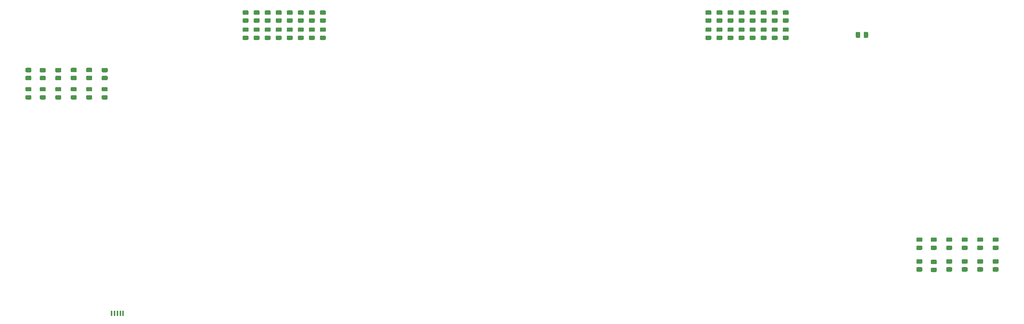
<source format=gbr>
%TF.GenerationSoftware,KiCad,Pcbnew,(5.1.10-1-10_14)*%
%TF.CreationDate,2021-08-21T14:50:14-04:00*%
%TF.ProjectId,breadboard-prototype,62726561-6462-46f6-9172-642d70726f74,rev?*%
%TF.SameCoordinates,Original*%
%TF.FileFunction,Paste,Top*%
%TF.FilePolarity,Positive*%
%FSLAX46Y46*%
G04 Gerber Fmt 4.6, Leading zero omitted, Abs format (unit mm)*
G04 Created by KiCad (PCBNEW (5.1.10-1-10_14)) date 2021-08-21 14:50:14*
%MOMM*%
%LPD*%
G01*
G04 APERTURE LIST*
%ADD10R,0.450000X1.300000*%
G04 APERTURE END LIST*
%TO.C,R29*%
G36*
G01*
X331070000Y-39935999D02*
X331070000Y-40836001D01*
G75*
G02*
X330820001Y-41086000I-249999J0D01*
G01*
X330294999Y-41086000D01*
G75*
G02*
X330045000Y-40836001I0J249999D01*
G01*
X330045000Y-39935999D01*
G75*
G02*
X330294999Y-39686000I249999J0D01*
G01*
X330820001Y-39686000D01*
G75*
G02*
X331070000Y-39935999I0J-249999D01*
G01*
G37*
G36*
G01*
X332895000Y-39935999D02*
X332895000Y-40836001D01*
G75*
G02*
X332645001Y-41086000I-249999J0D01*
G01*
X332119999Y-41086000D01*
G75*
G02*
X331870000Y-40836001I0J249999D01*
G01*
X331870000Y-39935999D01*
G75*
G02*
X332119999Y-39686000I249999J0D01*
G01*
X332645001Y-39686000D01*
G75*
G02*
X332895000Y-39935999I0J-249999D01*
G01*
G37*
%TD*%
D10*
%TO.C,J4*%
X161574000Y-104526000D03*
X160924000Y-104526000D03*
X160274000Y-104526000D03*
X159624000Y-104526000D03*
X158974000Y-104526000D03*
%TD*%
%TO.C,R28*%
G36*
G01*
X314394002Y-35771500D02*
X313493998Y-35771500D01*
G75*
G02*
X313244000Y-35521502I0J249998D01*
G01*
X313244000Y-34996498D01*
G75*
G02*
X313493998Y-34746500I249998J0D01*
G01*
X314394002Y-34746500D01*
G75*
G02*
X314644000Y-34996498I0J-249998D01*
G01*
X314644000Y-35521502D01*
G75*
G02*
X314394002Y-35771500I-249998J0D01*
G01*
G37*
G36*
G01*
X314394002Y-37596500D02*
X313493998Y-37596500D01*
G75*
G02*
X313244000Y-37346502I0J249998D01*
G01*
X313244000Y-36821498D01*
G75*
G02*
X313493998Y-36571500I249998J0D01*
G01*
X314394002Y-36571500D01*
G75*
G02*
X314644000Y-36821498I0J-249998D01*
G01*
X314644000Y-37346502D01*
G75*
G02*
X314394002Y-37596500I-249998J0D01*
G01*
G37*
%TD*%
%TO.C,R27*%
G36*
G01*
X311854002Y-35771500D02*
X310953998Y-35771500D01*
G75*
G02*
X310704000Y-35521502I0J249998D01*
G01*
X310704000Y-34996498D01*
G75*
G02*
X310953998Y-34746500I249998J0D01*
G01*
X311854002Y-34746500D01*
G75*
G02*
X312104000Y-34996498I0J-249998D01*
G01*
X312104000Y-35521502D01*
G75*
G02*
X311854002Y-35771500I-249998J0D01*
G01*
G37*
G36*
G01*
X311854002Y-37596500D02*
X310953998Y-37596500D01*
G75*
G02*
X310704000Y-37346502I0J249998D01*
G01*
X310704000Y-36821498D01*
G75*
G02*
X310953998Y-36571500I249998J0D01*
G01*
X311854002Y-36571500D01*
G75*
G02*
X312104000Y-36821498I0J-249998D01*
G01*
X312104000Y-37346502D01*
G75*
G02*
X311854002Y-37596500I-249998J0D01*
G01*
G37*
%TD*%
%TO.C,R26*%
G36*
G01*
X309314002Y-35771500D02*
X308413998Y-35771500D01*
G75*
G02*
X308164000Y-35521502I0J249998D01*
G01*
X308164000Y-34996498D01*
G75*
G02*
X308413998Y-34746500I249998J0D01*
G01*
X309314002Y-34746500D01*
G75*
G02*
X309564000Y-34996498I0J-249998D01*
G01*
X309564000Y-35521502D01*
G75*
G02*
X309314002Y-35771500I-249998J0D01*
G01*
G37*
G36*
G01*
X309314002Y-37596500D02*
X308413998Y-37596500D01*
G75*
G02*
X308164000Y-37346502I0J249998D01*
G01*
X308164000Y-36821498D01*
G75*
G02*
X308413998Y-36571500I249998J0D01*
G01*
X309314002Y-36571500D01*
G75*
G02*
X309564000Y-36821498I0J-249998D01*
G01*
X309564000Y-37346502D01*
G75*
G02*
X309314002Y-37596500I-249998J0D01*
G01*
G37*
%TD*%
%TO.C,R25*%
G36*
G01*
X306774002Y-35771500D02*
X305873998Y-35771500D01*
G75*
G02*
X305624000Y-35521502I0J249998D01*
G01*
X305624000Y-34996498D01*
G75*
G02*
X305873998Y-34746500I249998J0D01*
G01*
X306774002Y-34746500D01*
G75*
G02*
X307024000Y-34996498I0J-249998D01*
G01*
X307024000Y-35521502D01*
G75*
G02*
X306774002Y-35771500I-249998J0D01*
G01*
G37*
G36*
G01*
X306774002Y-37596500D02*
X305873998Y-37596500D01*
G75*
G02*
X305624000Y-37346502I0J249998D01*
G01*
X305624000Y-36821498D01*
G75*
G02*
X305873998Y-36571500I249998J0D01*
G01*
X306774002Y-36571500D01*
G75*
G02*
X307024000Y-36821498I0J-249998D01*
G01*
X307024000Y-37346502D01*
G75*
G02*
X306774002Y-37596500I-249998J0D01*
G01*
G37*
%TD*%
%TO.C,R24*%
G36*
G01*
X304234002Y-35771500D02*
X303333998Y-35771500D01*
G75*
G02*
X303084000Y-35521502I0J249998D01*
G01*
X303084000Y-34996498D01*
G75*
G02*
X303333998Y-34746500I249998J0D01*
G01*
X304234002Y-34746500D01*
G75*
G02*
X304484000Y-34996498I0J-249998D01*
G01*
X304484000Y-35521502D01*
G75*
G02*
X304234002Y-35771500I-249998J0D01*
G01*
G37*
G36*
G01*
X304234002Y-37596500D02*
X303333998Y-37596500D01*
G75*
G02*
X303084000Y-37346502I0J249998D01*
G01*
X303084000Y-36821498D01*
G75*
G02*
X303333998Y-36571500I249998J0D01*
G01*
X304234002Y-36571500D01*
G75*
G02*
X304484000Y-36821498I0J-249998D01*
G01*
X304484000Y-37346502D01*
G75*
G02*
X304234002Y-37596500I-249998J0D01*
G01*
G37*
%TD*%
%TO.C,R23*%
G36*
G01*
X301694002Y-35771500D02*
X300793998Y-35771500D01*
G75*
G02*
X300544000Y-35521502I0J249998D01*
G01*
X300544000Y-34996498D01*
G75*
G02*
X300793998Y-34746500I249998J0D01*
G01*
X301694002Y-34746500D01*
G75*
G02*
X301944000Y-34996498I0J-249998D01*
G01*
X301944000Y-35521502D01*
G75*
G02*
X301694002Y-35771500I-249998J0D01*
G01*
G37*
G36*
G01*
X301694002Y-37596500D02*
X300793998Y-37596500D01*
G75*
G02*
X300544000Y-37346502I0J249998D01*
G01*
X300544000Y-36821498D01*
G75*
G02*
X300793998Y-36571500I249998J0D01*
G01*
X301694002Y-36571500D01*
G75*
G02*
X301944000Y-36821498I0J-249998D01*
G01*
X301944000Y-37346502D01*
G75*
G02*
X301694002Y-37596500I-249998J0D01*
G01*
G37*
%TD*%
%TO.C,R22*%
G36*
G01*
X299154002Y-35771500D02*
X298253998Y-35771500D01*
G75*
G02*
X298004000Y-35521502I0J249998D01*
G01*
X298004000Y-34996498D01*
G75*
G02*
X298253998Y-34746500I249998J0D01*
G01*
X299154002Y-34746500D01*
G75*
G02*
X299404000Y-34996498I0J-249998D01*
G01*
X299404000Y-35521502D01*
G75*
G02*
X299154002Y-35771500I-249998J0D01*
G01*
G37*
G36*
G01*
X299154002Y-37596500D02*
X298253998Y-37596500D01*
G75*
G02*
X298004000Y-37346502I0J249998D01*
G01*
X298004000Y-36821498D01*
G75*
G02*
X298253998Y-36571500I249998J0D01*
G01*
X299154002Y-36571500D01*
G75*
G02*
X299404000Y-36821498I0J-249998D01*
G01*
X299404000Y-37346502D01*
G75*
G02*
X299154002Y-37596500I-249998J0D01*
G01*
G37*
%TD*%
%TO.C,R21*%
G36*
G01*
X296614002Y-35771500D02*
X295713998Y-35771500D01*
G75*
G02*
X295464000Y-35521502I0J249998D01*
G01*
X295464000Y-34996498D01*
G75*
G02*
X295713998Y-34746500I249998J0D01*
G01*
X296614002Y-34746500D01*
G75*
G02*
X296864000Y-34996498I0J-249998D01*
G01*
X296864000Y-35521502D01*
G75*
G02*
X296614002Y-35771500I-249998J0D01*
G01*
G37*
G36*
G01*
X296614002Y-37596500D02*
X295713998Y-37596500D01*
G75*
G02*
X295464000Y-37346502I0J249998D01*
G01*
X295464000Y-36821498D01*
G75*
G02*
X295713998Y-36571500I249998J0D01*
G01*
X296614002Y-36571500D01*
G75*
G02*
X296864000Y-36821498I0J-249998D01*
G01*
X296864000Y-37346502D01*
G75*
G02*
X296614002Y-37596500I-249998J0D01*
G01*
G37*
%TD*%
%TO.C,D28*%
G36*
G01*
X313487750Y-40582000D02*
X314400250Y-40582000D01*
G75*
G02*
X314644000Y-40825750I0J-243750D01*
G01*
X314644000Y-41313250D01*
G75*
G02*
X314400250Y-41557000I-243750J0D01*
G01*
X313487750Y-41557000D01*
G75*
G02*
X313244000Y-41313250I0J243750D01*
G01*
X313244000Y-40825750D01*
G75*
G02*
X313487750Y-40582000I243750J0D01*
G01*
G37*
G36*
G01*
X313487750Y-38707000D02*
X314400250Y-38707000D01*
G75*
G02*
X314644000Y-38950750I0J-243750D01*
G01*
X314644000Y-39438250D01*
G75*
G02*
X314400250Y-39682000I-243750J0D01*
G01*
X313487750Y-39682000D01*
G75*
G02*
X313244000Y-39438250I0J243750D01*
G01*
X313244000Y-38950750D01*
G75*
G02*
X313487750Y-38707000I243750J0D01*
G01*
G37*
%TD*%
%TO.C,D27*%
G36*
G01*
X310947750Y-40582000D02*
X311860250Y-40582000D01*
G75*
G02*
X312104000Y-40825750I0J-243750D01*
G01*
X312104000Y-41313250D01*
G75*
G02*
X311860250Y-41557000I-243750J0D01*
G01*
X310947750Y-41557000D01*
G75*
G02*
X310704000Y-41313250I0J243750D01*
G01*
X310704000Y-40825750D01*
G75*
G02*
X310947750Y-40582000I243750J0D01*
G01*
G37*
G36*
G01*
X310947750Y-38707000D02*
X311860250Y-38707000D01*
G75*
G02*
X312104000Y-38950750I0J-243750D01*
G01*
X312104000Y-39438250D01*
G75*
G02*
X311860250Y-39682000I-243750J0D01*
G01*
X310947750Y-39682000D01*
G75*
G02*
X310704000Y-39438250I0J243750D01*
G01*
X310704000Y-38950750D01*
G75*
G02*
X310947750Y-38707000I243750J0D01*
G01*
G37*
%TD*%
%TO.C,D26*%
G36*
G01*
X308407750Y-40582000D02*
X309320250Y-40582000D01*
G75*
G02*
X309564000Y-40825750I0J-243750D01*
G01*
X309564000Y-41313250D01*
G75*
G02*
X309320250Y-41557000I-243750J0D01*
G01*
X308407750Y-41557000D01*
G75*
G02*
X308164000Y-41313250I0J243750D01*
G01*
X308164000Y-40825750D01*
G75*
G02*
X308407750Y-40582000I243750J0D01*
G01*
G37*
G36*
G01*
X308407750Y-38707000D02*
X309320250Y-38707000D01*
G75*
G02*
X309564000Y-38950750I0J-243750D01*
G01*
X309564000Y-39438250D01*
G75*
G02*
X309320250Y-39682000I-243750J0D01*
G01*
X308407750Y-39682000D01*
G75*
G02*
X308164000Y-39438250I0J243750D01*
G01*
X308164000Y-38950750D01*
G75*
G02*
X308407750Y-38707000I243750J0D01*
G01*
G37*
%TD*%
%TO.C,D25*%
G36*
G01*
X305867750Y-40582000D02*
X306780250Y-40582000D01*
G75*
G02*
X307024000Y-40825750I0J-243750D01*
G01*
X307024000Y-41313250D01*
G75*
G02*
X306780250Y-41557000I-243750J0D01*
G01*
X305867750Y-41557000D01*
G75*
G02*
X305624000Y-41313250I0J243750D01*
G01*
X305624000Y-40825750D01*
G75*
G02*
X305867750Y-40582000I243750J0D01*
G01*
G37*
G36*
G01*
X305867750Y-38707000D02*
X306780250Y-38707000D01*
G75*
G02*
X307024000Y-38950750I0J-243750D01*
G01*
X307024000Y-39438250D01*
G75*
G02*
X306780250Y-39682000I-243750J0D01*
G01*
X305867750Y-39682000D01*
G75*
G02*
X305624000Y-39438250I0J243750D01*
G01*
X305624000Y-38950750D01*
G75*
G02*
X305867750Y-38707000I243750J0D01*
G01*
G37*
%TD*%
%TO.C,D24*%
G36*
G01*
X303327750Y-40582000D02*
X304240250Y-40582000D01*
G75*
G02*
X304484000Y-40825750I0J-243750D01*
G01*
X304484000Y-41313250D01*
G75*
G02*
X304240250Y-41557000I-243750J0D01*
G01*
X303327750Y-41557000D01*
G75*
G02*
X303084000Y-41313250I0J243750D01*
G01*
X303084000Y-40825750D01*
G75*
G02*
X303327750Y-40582000I243750J0D01*
G01*
G37*
G36*
G01*
X303327750Y-38707000D02*
X304240250Y-38707000D01*
G75*
G02*
X304484000Y-38950750I0J-243750D01*
G01*
X304484000Y-39438250D01*
G75*
G02*
X304240250Y-39682000I-243750J0D01*
G01*
X303327750Y-39682000D01*
G75*
G02*
X303084000Y-39438250I0J243750D01*
G01*
X303084000Y-38950750D01*
G75*
G02*
X303327750Y-38707000I243750J0D01*
G01*
G37*
%TD*%
%TO.C,D23*%
G36*
G01*
X300787750Y-40582000D02*
X301700250Y-40582000D01*
G75*
G02*
X301944000Y-40825750I0J-243750D01*
G01*
X301944000Y-41313250D01*
G75*
G02*
X301700250Y-41557000I-243750J0D01*
G01*
X300787750Y-41557000D01*
G75*
G02*
X300544000Y-41313250I0J243750D01*
G01*
X300544000Y-40825750D01*
G75*
G02*
X300787750Y-40582000I243750J0D01*
G01*
G37*
G36*
G01*
X300787750Y-38707000D02*
X301700250Y-38707000D01*
G75*
G02*
X301944000Y-38950750I0J-243750D01*
G01*
X301944000Y-39438250D01*
G75*
G02*
X301700250Y-39682000I-243750J0D01*
G01*
X300787750Y-39682000D01*
G75*
G02*
X300544000Y-39438250I0J243750D01*
G01*
X300544000Y-38950750D01*
G75*
G02*
X300787750Y-38707000I243750J0D01*
G01*
G37*
%TD*%
%TO.C,D22*%
G36*
G01*
X298247750Y-40582000D02*
X299160250Y-40582000D01*
G75*
G02*
X299404000Y-40825750I0J-243750D01*
G01*
X299404000Y-41313250D01*
G75*
G02*
X299160250Y-41557000I-243750J0D01*
G01*
X298247750Y-41557000D01*
G75*
G02*
X298004000Y-41313250I0J243750D01*
G01*
X298004000Y-40825750D01*
G75*
G02*
X298247750Y-40582000I243750J0D01*
G01*
G37*
G36*
G01*
X298247750Y-38707000D02*
X299160250Y-38707000D01*
G75*
G02*
X299404000Y-38950750I0J-243750D01*
G01*
X299404000Y-39438250D01*
G75*
G02*
X299160250Y-39682000I-243750J0D01*
G01*
X298247750Y-39682000D01*
G75*
G02*
X298004000Y-39438250I0J243750D01*
G01*
X298004000Y-38950750D01*
G75*
G02*
X298247750Y-38707000I243750J0D01*
G01*
G37*
%TD*%
%TO.C,D21*%
G36*
G01*
X295707750Y-40582000D02*
X296620250Y-40582000D01*
G75*
G02*
X296864000Y-40825750I0J-243750D01*
G01*
X296864000Y-41313250D01*
G75*
G02*
X296620250Y-41557000I-243750J0D01*
G01*
X295707750Y-41557000D01*
G75*
G02*
X295464000Y-41313250I0J243750D01*
G01*
X295464000Y-40825750D01*
G75*
G02*
X295707750Y-40582000I243750J0D01*
G01*
G37*
G36*
G01*
X295707750Y-38707000D02*
X296620250Y-38707000D01*
G75*
G02*
X296864000Y-38950750I0J-243750D01*
G01*
X296864000Y-39438250D01*
G75*
G02*
X296620250Y-39682000I-243750J0D01*
G01*
X295707750Y-39682000D01*
G75*
G02*
X295464000Y-39438250I0J243750D01*
G01*
X295464000Y-38950750D01*
G75*
G02*
X295707750Y-38707000I243750J0D01*
G01*
G37*
%TD*%
%TO.C,R20*%
G36*
G01*
X207968002Y-35771500D02*
X207067998Y-35771500D01*
G75*
G02*
X206818000Y-35521502I0J249998D01*
G01*
X206818000Y-34996498D01*
G75*
G02*
X207067998Y-34746500I249998J0D01*
G01*
X207968002Y-34746500D01*
G75*
G02*
X208218000Y-34996498I0J-249998D01*
G01*
X208218000Y-35521502D01*
G75*
G02*
X207968002Y-35771500I-249998J0D01*
G01*
G37*
G36*
G01*
X207968002Y-37596500D02*
X207067998Y-37596500D01*
G75*
G02*
X206818000Y-37346502I0J249998D01*
G01*
X206818000Y-36821498D01*
G75*
G02*
X207067998Y-36571500I249998J0D01*
G01*
X207968002Y-36571500D01*
G75*
G02*
X208218000Y-36821498I0J-249998D01*
G01*
X208218000Y-37346502D01*
G75*
G02*
X207968002Y-37596500I-249998J0D01*
G01*
G37*
%TD*%
%TO.C,R19*%
G36*
G01*
X205428002Y-35771500D02*
X204527998Y-35771500D01*
G75*
G02*
X204278000Y-35521502I0J249998D01*
G01*
X204278000Y-34996498D01*
G75*
G02*
X204527998Y-34746500I249998J0D01*
G01*
X205428002Y-34746500D01*
G75*
G02*
X205678000Y-34996498I0J-249998D01*
G01*
X205678000Y-35521502D01*
G75*
G02*
X205428002Y-35771500I-249998J0D01*
G01*
G37*
G36*
G01*
X205428002Y-37596500D02*
X204527998Y-37596500D01*
G75*
G02*
X204278000Y-37346502I0J249998D01*
G01*
X204278000Y-36821498D01*
G75*
G02*
X204527998Y-36571500I249998J0D01*
G01*
X205428002Y-36571500D01*
G75*
G02*
X205678000Y-36821498I0J-249998D01*
G01*
X205678000Y-37346502D01*
G75*
G02*
X205428002Y-37596500I-249998J0D01*
G01*
G37*
%TD*%
%TO.C,R18*%
G36*
G01*
X202888002Y-35771500D02*
X201987998Y-35771500D01*
G75*
G02*
X201738000Y-35521502I0J249998D01*
G01*
X201738000Y-34996498D01*
G75*
G02*
X201987998Y-34746500I249998J0D01*
G01*
X202888002Y-34746500D01*
G75*
G02*
X203138000Y-34996498I0J-249998D01*
G01*
X203138000Y-35521502D01*
G75*
G02*
X202888002Y-35771500I-249998J0D01*
G01*
G37*
G36*
G01*
X202888002Y-37596500D02*
X201987998Y-37596500D01*
G75*
G02*
X201738000Y-37346502I0J249998D01*
G01*
X201738000Y-36821498D01*
G75*
G02*
X201987998Y-36571500I249998J0D01*
G01*
X202888002Y-36571500D01*
G75*
G02*
X203138000Y-36821498I0J-249998D01*
G01*
X203138000Y-37346502D01*
G75*
G02*
X202888002Y-37596500I-249998J0D01*
G01*
G37*
%TD*%
%TO.C,R17*%
G36*
G01*
X200348002Y-35771500D02*
X199447998Y-35771500D01*
G75*
G02*
X199198000Y-35521502I0J249998D01*
G01*
X199198000Y-34996498D01*
G75*
G02*
X199447998Y-34746500I249998J0D01*
G01*
X200348002Y-34746500D01*
G75*
G02*
X200598000Y-34996498I0J-249998D01*
G01*
X200598000Y-35521502D01*
G75*
G02*
X200348002Y-35771500I-249998J0D01*
G01*
G37*
G36*
G01*
X200348002Y-37596500D02*
X199447998Y-37596500D01*
G75*
G02*
X199198000Y-37346502I0J249998D01*
G01*
X199198000Y-36821498D01*
G75*
G02*
X199447998Y-36571500I249998J0D01*
G01*
X200348002Y-36571500D01*
G75*
G02*
X200598000Y-36821498I0J-249998D01*
G01*
X200598000Y-37346502D01*
G75*
G02*
X200348002Y-37596500I-249998J0D01*
G01*
G37*
%TD*%
%TO.C,R16*%
G36*
G01*
X197808002Y-35771500D02*
X196907998Y-35771500D01*
G75*
G02*
X196658000Y-35521502I0J249998D01*
G01*
X196658000Y-34996498D01*
G75*
G02*
X196907998Y-34746500I249998J0D01*
G01*
X197808002Y-34746500D01*
G75*
G02*
X198058000Y-34996498I0J-249998D01*
G01*
X198058000Y-35521502D01*
G75*
G02*
X197808002Y-35771500I-249998J0D01*
G01*
G37*
G36*
G01*
X197808002Y-37596500D02*
X196907998Y-37596500D01*
G75*
G02*
X196658000Y-37346502I0J249998D01*
G01*
X196658000Y-36821498D01*
G75*
G02*
X196907998Y-36571500I249998J0D01*
G01*
X197808002Y-36571500D01*
G75*
G02*
X198058000Y-36821498I0J-249998D01*
G01*
X198058000Y-37346502D01*
G75*
G02*
X197808002Y-37596500I-249998J0D01*
G01*
G37*
%TD*%
%TO.C,R15*%
G36*
G01*
X195268002Y-35771500D02*
X194367998Y-35771500D01*
G75*
G02*
X194118000Y-35521502I0J249998D01*
G01*
X194118000Y-34996498D01*
G75*
G02*
X194367998Y-34746500I249998J0D01*
G01*
X195268002Y-34746500D01*
G75*
G02*
X195518000Y-34996498I0J-249998D01*
G01*
X195518000Y-35521502D01*
G75*
G02*
X195268002Y-35771500I-249998J0D01*
G01*
G37*
G36*
G01*
X195268002Y-37596500D02*
X194367998Y-37596500D01*
G75*
G02*
X194118000Y-37346502I0J249998D01*
G01*
X194118000Y-36821498D01*
G75*
G02*
X194367998Y-36571500I249998J0D01*
G01*
X195268002Y-36571500D01*
G75*
G02*
X195518000Y-36821498I0J-249998D01*
G01*
X195518000Y-37346502D01*
G75*
G02*
X195268002Y-37596500I-249998J0D01*
G01*
G37*
%TD*%
%TO.C,R8*%
G36*
G01*
X192728002Y-35771500D02*
X191827998Y-35771500D01*
G75*
G02*
X191578000Y-35521502I0J249998D01*
G01*
X191578000Y-34996498D01*
G75*
G02*
X191827998Y-34746500I249998J0D01*
G01*
X192728002Y-34746500D01*
G75*
G02*
X192978000Y-34996498I0J-249998D01*
G01*
X192978000Y-35521502D01*
G75*
G02*
X192728002Y-35771500I-249998J0D01*
G01*
G37*
G36*
G01*
X192728002Y-37596500D02*
X191827998Y-37596500D01*
G75*
G02*
X191578000Y-37346502I0J249998D01*
G01*
X191578000Y-36821498D01*
G75*
G02*
X191827998Y-36571500I249998J0D01*
G01*
X192728002Y-36571500D01*
G75*
G02*
X192978000Y-36821498I0J-249998D01*
G01*
X192978000Y-37346502D01*
G75*
G02*
X192728002Y-37596500I-249998J0D01*
G01*
G37*
%TD*%
%TO.C,R7*%
G36*
G01*
X190188002Y-35771500D02*
X189287998Y-35771500D01*
G75*
G02*
X189038000Y-35521502I0J249998D01*
G01*
X189038000Y-34996498D01*
G75*
G02*
X189287998Y-34746500I249998J0D01*
G01*
X190188002Y-34746500D01*
G75*
G02*
X190438000Y-34996498I0J-249998D01*
G01*
X190438000Y-35521502D01*
G75*
G02*
X190188002Y-35771500I-249998J0D01*
G01*
G37*
G36*
G01*
X190188002Y-37596500D02*
X189287998Y-37596500D01*
G75*
G02*
X189038000Y-37346502I0J249998D01*
G01*
X189038000Y-36821498D01*
G75*
G02*
X189287998Y-36571500I249998J0D01*
G01*
X190188002Y-36571500D01*
G75*
G02*
X190438000Y-36821498I0J-249998D01*
G01*
X190438000Y-37346502D01*
G75*
G02*
X190188002Y-37596500I-249998J0D01*
G01*
G37*
%TD*%
%TO.C,D20*%
G36*
G01*
X207061750Y-40582000D02*
X207974250Y-40582000D01*
G75*
G02*
X208218000Y-40825750I0J-243750D01*
G01*
X208218000Y-41313250D01*
G75*
G02*
X207974250Y-41557000I-243750J0D01*
G01*
X207061750Y-41557000D01*
G75*
G02*
X206818000Y-41313250I0J243750D01*
G01*
X206818000Y-40825750D01*
G75*
G02*
X207061750Y-40582000I243750J0D01*
G01*
G37*
G36*
G01*
X207061750Y-38707000D02*
X207974250Y-38707000D01*
G75*
G02*
X208218000Y-38950750I0J-243750D01*
G01*
X208218000Y-39438250D01*
G75*
G02*
X207974250Y-39682000I-243750J0D01*
G01*
X207061750Y-39682000D01*
G75*
G02*
X206818000Y-39438250I0J243750D01*
G01*
X206818000Y-38950750D01*
G75*
G02*
X207061750Y-38707000I243750J0D01*
G01*
G37*
%TD*%
%TO.C,D19*%
G36*
G01*
X204521750Y-40582000D02*
X205434250Y-40582000D01*
G75*
G02*
X205678000Y-40825750I0J-243750D01*
G01*
X205678000Y-41313250D01*
G75*
G02*
X205434250Y-41557000I-243750J0D01*
G01*
X204521750Y-41557000D01*
G75*
G02*
X204278000Y-41313250I0J243750D01*
G01*
X204278000Y-40825750D01*
G75*
G02*
X204521750Y-40582000I243750J0D01*
G01*
G37*
G36*
G01*
X204521750Y-38707000D02*
X205434250Y-38707000D01*
G75*
G02*
X205678000Y-38950750I0J-243750D01*
G01*
X205678000Y-39438250D01*
G75*
G02*
X205434250Y-39682000I-243750J0D01*
G01*
X204521750Y-39682000D01*
G75*
G02*
X204278000Y-39438250I0J243750D01*
G01*
X204278000Y-38950750D01*
G75*
G02*
X204521750Y-38707000I243750J0D01*
G01*
G37*
%TD*%
%TO.C,D18*%
G36*
G01*
X201981750Y-40582000D02*
X202894250Y-40582000D01*
G75*
G02*
X203138000Y-40825750I0J-243750D01*
G01*
X203138000Y-41313250D01*
G75*
G02*
X202894250Y-41557000I-243750J0D01*
G01*
X201981750Y-41557000D01*
G75*
G02*
X201738000Y-41313250I0J243750D01*
G01*
X201738000Y-40825750D01*
G75*
G02*
X201981750Y-40582000I243750J0D01*
G01*
G37*
G36*
G01*
X201981750Y-38707000D02*
X202894250Y-38707000D01*
G75*
G02*
X203138000Y-38950750I0J-243750D01*
G01*
X203138000Y-39438250D01*
G75*
G02*
X202894250Y-39682000I-243750J0D01*
G01*
X201981750Y-39682000D01*
G75*
G02*
X201738000Y-39438250I0J243750D01*
G01*
X201738000Y-38950750D01*
G75*
G02*
X201981750Y-38707000I243750J0D01*
G01*
G37*
%TD*%
%TO.C,D17*%
G36*
G01*
X199441750Y-40582000D02*
X200354250Y-40582000D01*
G75*
G02*
X200598000Y-40825750I0J-243750D01*
G01*
X200598000Y-41313250D01*
G75*
G02*
X200354250Y-41557000I-243750J0D01*
G01*
X199441750Y-41557000D01*
G75*
G02*
X199198000Y-41313250I0J243750D01*
G01*
X199198000Y-40825750D01*
G75*
G02*
X199441750Y-40582000I243750J0D01*
G01*
G37*
G36*
G01*
X199441750Y-38707000D02*
X200354250Y-38707000D01*
G75*
G02*
X200598000Y-38950750I0J-243750D01*
G01*
X200598000Y-39438250D01*
G75*
G02*
X200354250Y-39682000I-243750J0D01*
G01*
X199441750Y-39682000D01*
G75*
G02*
X199198000Y-39438250I0J243750D01*
G01*
X199198000Y-38950750D01*
G75*
G02*
X199441750Y-38707000I243750J0D01*
G01*
G37*
%TD*%
%TO.C,D16*%
G36*
G01*
X196901750Y-40582000D02*
X197814250Y-40582000D01*
G75*
G02*
X198058000Y-40825750I0J-243750D01*
G01*
X198058000Y-41313250D01*
G75*
G02*
X197814250Y-41557000I-243750J0D01*
G01*
X196901750Y-41557000D01*
G75*
G02*
X196658000Y-41313250I0J243750D01*
G01*
X196658000Y-40825750D01*
G75*
G02*
X196901750Y-40582000I243750J0D01*
G01*
G37*
G36*
G01*
X196901750Y-38707000D02*
X197814250Y-38707000D01*
G75*
G02*
X198058000Y-38950750I0J-243750D01*
G01*
X198058000Y-39438250D01*
G75*
G02*
X197814250Y-39682000I-243750J0D01*
G01*
X196901750Y-39682000D01*
G75*
G02*
X196658000Y-39438250I0J243750D01*
G01*
X196658000Y-38950750D01*
G75*
G02*
X196901750Y-38707000I243750J0D01*
G01*
G37*
%TD*%
%TO.C,D15*%
G36*
G01*
X194361750Y-40582000D02*
X195274250Y-40582000D01*
G75*
G02*
X195518000Y-40825750I0J-243750D01*
G01*
X195518000Y-41313250D01*
G75*
G02*
X195274250Y-41557000I-243750J0D01*
G01*
X194361750Y-41557000D01*
G75*
G02*
X194118000Y-41313250I0J243750D01*
G01*
X194118000Y-40825750D01*
G75*
G02*
X194361750Y-40582000I243750J0D01*
G01*
G37*
G36*
G01*
X194361750Y-38707000D02*
X195274250Y-38707000D01*
G75*
G02*
X195518000Y-38950750I0J-243750D01*
G01*
X195518000Y-39438250D01*
G75*
G02*
X195274250Y-39682000I-243750J0D01*
G01*
X194361750Y-39682000D01*
G75*
G02*
X194118000Y-39438250I0J243750D01*
G01*
X194118000Y-38950750D01*
G75*
G02*
X194361750Y-38707000I243750J0D01*
G01*
G37*
%TD*%
%TO.C,D14*%
G36*
G01*
X191821750Y-40582000D02*
X192734250Y-40582000D01*
G75*
G02*
X192978000Y-40825750I0J-243750D01*
G01*
X192978000Y-41313250D01*
G75*
G02*
X192734250Y-41557000I-243750J0D01*
G01*
X191821750Y-41557000D01*
G75*
G02*
X191578000Y-41313250I0J243750D01*
G01*
X191578000Y-40825750D01*
G75*
G02*
X191821750Y-40582000I243750J0D01*
G01*
G37*
G36*
G01*
X191821750Y-38707000D02*
X192734250Y-38707000D01*
G75*
G02*
X192978000Y-38950750I0J-243750D01*
G01*
X192978000Y-39438250D01*
G75*
G02*
X192734250Y-39682000I-243750J0D01*
G01*
X191821750Y-39682000D01*
G75*
G02*
X191578000Y-39438250I0J243750D01*
G01*
X191578000Y-38950750D01*
G75*
G02*
X191821750Y-38707000I243750J0D01*
G01*
G37*
%TD*%
%TO.C,D13*%
G36*
G01*
X189281750Y-40582000D02*
X190194250Y-40582000D01*
G75*
G02*
X190438000Y-40825750I0J-243750D01*
G01*
X190438000Y-41313250D01*
G75*
G02*
X190194250Y-41557000I-243750J0D01*
G01*
X189281750Y-41557000D01*
G75*
G02*
X189038000Y-41313250I0J243750D01*
G01*
X189038000Y-40825750D01*
G75*
G02*
X189281750Y-40582000I243750J0D01*
G01*
G37*
G36*
G01*
X189281750Y-38707000D02*
X190194250Y-38707000D01*
G75*
G02*
X190438000Y-38950750I0J-243750D01*
G01*
X190438000Y-39438250D01*
G75*
G02*
X190194250Y-39682000I-243750J0D01*
G01*
X189281750Y-39682000D01*
G75*
G02*
X189038000Y-39438250I0J243750D01*
G01*
X189038000Y-38950750D01*
G75*
G02*
X189281750Y-38707000I243750J0D01*
G01*
G37*
%TD*%
%TO.C,R14*%
G36*
G01*
X361753998Y-93872000D02*
X362654002Y-93872000D01*
G75*
G02*
X362904000Y-94121998I0J-249998D01*
G01*
X362904000Y-94647002D01*
G75*
G02*
X362654002Y-94897000I-249998J0D01*
G01*
X361753998Y-94897000D01*
G75*
G02*
X361504000Y-94647002I0J249998D01*
G01*
X361504000Y-94121998D01*
G75*
G02*
X361753998Y-93872000I249998J0D01*
G01*
G37*
G36*
G01*
X361753998Y-92047000D02*
X362654002Y-92047000D01*
G75*
G02*
X362904000Y-92296998I0J-249998D01*
G01*
X362904000Y-92822002D01*
G75*
G02*
X362654002Y-93072000I-249998J0D01*
G01*
X361753998Y-93072000D01*
G75*
G02*
X361504000Y-92822002I0J249998D01*
G01*
X361504000Y-92296998D01*
G75*
G02*
X361753998Y-92047000I249998J0D01*
G01*
G37*
%TD*%
%TO.C,R13*%
G36*
G01*
X358197998Y-93872000D02*
X359098002Y-93872000D01*
G75*
G02*
X359348000Y-94121998I0J-249998D01*
G01*
X359348000Y-94647002D01*
G75*
G02*
X359098002Y-94897000I-249998J0D01*
G01*
X358197998Y-94897000D01*
G75*
G02*
X357948000Y-94647002I0J249998D01*
G01*
X357948000Y-94121998D01*
G75*
G02*
X358197998Y-93872000I249998J0D01*
G01*
G37*
G36*
G01*
X358197998Y-92047000D02*
X359098002Y-92047000D01*
G75*
G02*
X359348000Y-92296998I0J-249998D01*
G01*
X359348000Y-92822002D01*
G75*
G02*
X359098002Y-93072000I-249998J0D01*
G01*
X358197998Y-93072000D01*
G75*
G02*
X357948000Y-92822002I0J249998D01*
G01*
X357948000Y-92296998D01*
G75*
G02*
X358197998Y-92047000I249998J0D01*
G01*
G37*
%TD*%
%TO.C,R12*%
G36*
G01*
X354641998Y-93872000D02*
X355542002Y-93872000D01*
G75*
G02*
X355792000Y-94121998I0J-249998D01*
G01*
X355792000Y-94647002D01*
G75*
G02*
X355542002Y-94897000I-249998J0D01*
G01*
X354641998Y-94897000D01*
G75*
G02*
X354392000Y-94647002I0J249998D01*
G01*
X354392000Y-94121998D01*
G75*
G02*
X354641998Y-93872000I249998J0D01*
G01*
G37*
G36*
G01*
X354641998Y-92047000D02*
X355542002Y-92047000D01*
G75*
G02*
X355792000Y-92296998I0J-249998D01*
G01*
X355792000Y-92822002D01*
G75*
G02*
X355542002Y-93072000I-249998J0D01*
G01*
X354641998Y-93072000D01*
G75*
G02*
X354392000Y-92822002I0J249998D01*
G01*
X354392000Y-92296998D01*
G75*
G02*
X354641998Y-92047000I249998J0D01*
G01*
G37*
%TD*%
%TO.C,R11*%
G36*
G01*
X351085998Y-93872000D02*
X351986002Y-93872000D01*
G75*
G02*
X352236000Y-94121998I0J-249998D01*
G01*
X352236000Y-94647002D01*
G75*
G02*
X351986002Y-94897000I-249998J0D01*
G01*
X351085998Y-94897000D01*
G75*
G02*
X350836000Y-94647002I0J249998D01*
G01*
X350836000Y-94121998D01*
G75*
G02*
X351085998Y-93872000I249998J0D01*
G01*
G37*
G36*
G01*
X351085998Y-92047000D02*
X351986002Y-92047000D01*
G75*
G02*
X352236000Y-92296998I0J-249998D01*
G01*
X352236000Y-92822002D01*
G75*
G02*
X351986002Y-93072000I-249998J0D01*
G01*
X351085998Y-93072000D01*
G75*
G02*
X350836000Y-92822002I0J249998D01*
G01*
X350836000Y-92296998D01*
G75*
G02*
X351085998Y-92047000I249998J0D01*
G01*
G37*
%TD*%
%TO.C,R10*%
G36*
G01*
X347529998Y-93975500D02*
X348430002Y-93975500D01*
G75*
G02*
X348680000Y-94225498I0J-249998D01*
G01*
X348680000Y-94750502D01*
G75*
G02*
X348430002Y-95000500I-249998J0D01*
G01*
X347529998Y-95000500D01*
G75*
G02*
X347280000Y-94750502I0J249998D01*
G01*
X347280000Y-94225498D01*
G75*
G02*
X347529998Y-93975500I249998J0D01*
G01*
G37*
G36*
G01*
X347529998Y-92150500D02*
X348430002Y-92150500D01*
G75*
G02*
X348680000Y-92400498I0J-249998D01*
G01*
X348680000Y-92925502D01*
G75*
G02*
X348430002Y-93175500I-249998J0D01*
G01*
X347529998Y-93175500D01*
G75*
G02*
X347280000Y-92925502I0J249998D01*
G01*
X347280000Y-92400498D01*
G75*
G02*
X347529998Y-92150500I249998J0D01*
G01*
G37*
%TD*%
%TO.C,R9*%
G36*
G01*
X344227998Y-93872000D02*
X345128002Y-93872000D01*
G75*
G02*
X345378000Y-94121998I0J-249998D01*
G01*
X345378000Y-94647002D01*
G75*
G02*
X345128002Y-94897000I-249998J0D01*
G01*
X344227998Y-94897000D01*
G75*
G02*
X343978000Y-94647002I0J249998D01*
G01*
X343978000Y-94121998D01*
G75*
G02*
X344227998Y-93872000I249998J0D01*
G01*
G37*
G36*
G01*
X344227998Y-92047000D02*
X345128002Y-92047000D01*
G75*
G02*
X345378000Y-92296998I0J-249998D01*
G01*
X345378000Y-92822002D01*
G75*
G02*
X345128002Y-93072000I-249998J0D01*
G01*
X344227998Y-93072000D01*
G75*
G02*
X343978000Y-92822002I0J249998D01*
G01*
X343978000Y-92296998D01*
G75*
G02*
X344227998Y-92047000I249998J0D01*
G01*
G37*
%TD*%
%TO.C,D12*%
G36*
G01*
X362660250Y-88020500D02*
X361747750Y-88020500D01*
G75*
G02*
X361504000Y-87776750I0J243750D01*
G01*
X361504000Y-87289250D01*
G75*
G02*
X361747750Y-87045500I243750J0D01*
G01*
X362660250Y-87045500D01*
G75*
G02*
X362904000Y-87289250I0J-243750D01*
G01*
X362904000Y-87776750D01*
G75*
G02*
X362660250Y-88020500I-243750J0D01*
G01*
G37*
G36*
G01*
X362660250Y-89895500D02*
X361747750Y-89895500D01*
G75*
G02*
X361504000Y-89651750I0J243750D01*
G01*
X361504000Y-89164250D01*
G75*
G02*
X361747750Y-88920500I243750J0D01*
G01*
X362660250Y-88920500D01*
G75*
G02*
X362904000Y-89164250I0J-243750D01*
G01*
X362904000Y-89651750D01*
G75*
G02*
X362660250Y-89895500I-243750J0D01*
G01*
G37*
%TD*%
%TO.C,D11*%
G36*
G01*
X359104250Y-88020500D02*
X358191750Y-88020500D01*
G75*
G02*
X357948000Y-87776750I0J243750D01*
G01*
X357948000Y-87289250D01*
G75*
G02*
X358191750Y-87045500I243750J0D01*
G01*
X359104250Y-87045500D01*
G75*
G02*
X359348000Y-87289250I0J-243750D01*
G01*
X359348000Y-87776750D01*
G75*
G02*
X359104250Y-88020500I-243750J0D01*
G01*
G37*
G36*
G01*
X359104250Y-89895500D02*
X358191750Y-89895500D01*
G75*
G02*
X357948000Y-89651750I0J243750D01*
G01*
X357948000Y-89164250D01*
G75*
G02*
X358191750Y-88920500I243750J0D01*
G01*
X359104250Y-88920500D01*
G75*
G02*
X359348000Y-89164250I0J-243750D01*
G01*
X359348000Y-89651750D01*
G75*
G02*
X359104250Y-89895500I-243750J0D01*
G01*
G37*
%TD*%
%TO.C,D10*%
G36*
G01*
X355548250Y-88020500D02*
X354635750Y-88020500D01*
G75*
G02*
X354392000Y-87776750I0J243750D01*
G01*
X354392000Y-87289250D01*
G75*
G02*
X354635750Y-87045500I243750J0D01*
G01*
X355548250Y-87045500D01*
G75*
G02*
X355792000Y-87289250I0J-243750D01*
G01*
X355792000Y-87776750D01*
G75*
G02*
X355548250Y-88020500I-243750J0D01*
G01*
G37*
G36*
G01*
X355548250Y-89895500D02*
X354635750Y-89895500D01*
G75*
G02*
X354392000Y-89651750I0J243750D01*
G01*
X354392000Y-89164250D01*
G75*
G02*
X354635750Y-88920500I243750J0D01*
G01*
X355548250Y-88920500D01*
G75*
G02*
X355792000Y-89164250I0J-243750D01*
G01*
X355792000Y-89651750D01*
G75*
G02*
X355548250Y-89895500I-243750J0D01*
G01*
G37*
%TD*%
%TO.C,D9*%
G36*
G01*
X351992250Y-88020500D02*
X351079750Y-88020500D01*
G75*
G02*
X350836000Y-87776750I0J243750D01*
G01*
X350836000Y-87289250D01*
G75*
G02*
X351079750Y-87045500I243750J0D01*
G01*
X351992250Y-87045500D01*
G75*
G02*
X352236000Y-87289250I0J-243750D01*
G01*
X352236000Y-87776750D01*
G75*
G02*
X351992250Y-88020500I-243750J0D01*
G01*
G37*
G36*
G01*
X351992250Y-89895500D02*
X351079750Y-89895500D01*
G75*
G02*
X350836000Y-89651750I0J243750D01*
G01*
X350836000Y-89164250D01*
G75*
G02*
X351079750Y-88920500I243750J0D01*
G01*
X351992250Y-88920500D01*
G75*
G02*
X352236000Y-89164250I0J-243750D01*
G01*
X352236000Y-89651750D01*
G75*
G02*
X351992250Y-89895500I-243750J0D01*
G01*
G37*
%TD*%
%TO.C,D8*%
G36*
G01*
X348436250Y-88020500D02*
X347523750Y-88020500D01*
G75*
G02*
X347280000Y-87776750I0J243750D01*
G01*
X347280000Y-87289250D01*
G75*
G02*
X347523750Y-87045500I243750J0D01*
G01*
X348436250Y-87045500D01*
G75*
G02*
X348680000Y-87289250I0J-243750D01*
G01*
X348680000Y-87776750D01*
G75*
G02*
X348436250Y-88020500I-243750J0D01*
G01*
G37*
G36*
G01*
X348436250Y-89895500D02*
X347523750Y-89895500D01*
G75*
G02*
X347280000Y-89651750I0J243750D01*
G01*
X347280000Y-89164250D01*
G75*
G02*
X347523750Y-88920500I243750J0D01*
G01*
X348436250Y-88920500D01*
G75*
G02*
X348680000Y-89164250I0J-243750D01*
G01*
X348680000Y-89651750D01*
G75*
G02*
X348436250Y-89895500I-243750J0D01*
G01*
G37*
%TD*%
%TO.C,D7*%
G36*
G01*
X345134250Y-88020500D02*
X344221750Y-88020500D01*
G75*
G02*
X343978000Y-87776750I0J243750D01*
G01*
X343978000Y-87289250D01*
G75*
G02*
X344221750Y-87045500I243750J0D01*
G01*
X345134250Y-87045500D01*
G75*
G02*
X345378000Y-87289250I0J-243750D01*
G01*
X345378000Y-87776750D01*
G75*
G02*
X345134250Y-88020500I-243750J0D01*
G01*
G37*
G36*
G01*
X345134250Y-89895500D02*
X344221750Y-89895500D01*
G75*
G02*
X343978000Y-89651750I0J243750D01*
G01*
X343978000Y-89164250D01*
G75*
G02*
X344221750Y-88920500I243750J0D01*
G01*
X345134250Y-88920500D01*
G75*
G02*
X345378000Y-89164250I0J-243750D01*
G01*
X345378000Y-89651750D01*
G75*
G02*
X345134250Y-89895500I-243750J0D01*
G01*
G37*
%TD*%
%TO.C,R6*%
G36*
G01*
X157794002Y-49015500D02*
X156893998Y-49015500D01*
G75*
G02*
X156644000Y-48765502I0J249998D01*
G01*
X156644000Y-48240498D01*
G75*
G02*
X156893998Y-47990500I249998J0D01*
G01*
X157794002Y-47990500D01*
G75*
G02*
X158044000Y-48240498I0J-249998D01*
G01*
X158044000Y-48765502D01*
G75*
G02*
X157794002Y-49015500I-249998J0D01*
G01*
G37*
G36*
G01*
X157794002Y-50840500D02*
X156893998Y-50840500D01*
G75*
G02*
X156644000Y-50590502I0J249998D01*
G01*
X156644000Y-50065498D01*
G75*
G02*
X156893998Y-49815500I249998J0D01*
G01*
X157794002Y-49815500D01*
G75*
G02*
X158044000Y-50065498I0J-249998D01*
G01*
X158044000Y-50590502D01*
G75*
G02*
X157794002Y-50840500I-249998J0D01*
G01*
G37*
%TD*%
%TO.C,R5*%
G36*
G01*
X154234002Y-48988000D02*
X153333998Y-48988000D01*
G75*
G02*
X153084000Y-48738002I0J249998D01*
G01*
X153084000Y-48212998D01*
G75*
G02*
X153333998Y-47963000I249998J0D01*
G01*
X154234002Y-47963000D01*
G75*
G02*
X154484000Y-48212998I0J-249998D01*
G01*
X154484000Y-48738002D01*
G75*
G02*
X154234002Y-48988000I-249998J0D01*
G01*
G37*
G36*
G01*
X154234002Y-50813000D02*
X153333998Y-50813000D01*
G75*
G02*
X153084000Y-50563002I0J249998D01*
G01*
X153084000Y-50037998D01*
G75*
G02*
X153333998Y-49788000I249998J0D01*
G01*
X154234002Y-49788000D01*
G75*
G02*
X154484000Y-50037998I0J-249998D01*
G01*
X154484000Y-50563002D01*
G75*
G02*
X154234002Y-50813000I-249998J0D01*
G01*
G37*
%TD*%
%TO.C,R4*%
G36*
G01*
X150674002Y-48998000D02*
X149773998Y-48998000D01*
G75*
G02*
X149524000Y-48748002I0J249998D01*
G01*
X149524000Y-48222998D01*
G75*
G02*
X149773998Y-47973000I249998J0D01*
G01*
X150674002Y-47973000D01*
G75*
G02*
X150924000Y-48222998I0J-249998D01*
G01*
X150924000Y-48748002D01*
G75*
G02*
X150674002Y-48998000I-249998J0D01*
G01*
G37*
G36*
G01*
X150674002Y-50823000D02*
X149773998Y-50823000D01*
G75*
G02*
X149524000Y-50573002I0J249998D01*
G01*
X149524000Y-50047998D01*
G75*
G02*
X149773998Y-49798000I249998J0D01*
G01*
X150674002Y-49798000D01*
G75*
G02*
X150924000Y-50047998I0J-249998D01*
G01*
X150924000Y-50573002D01*
G75*
G02*
X150674002Y-50823000I-249998J0D01*
G01*
G37*
%TD*%
%TO.C,R3*%
G36*
G01*
X147118002Y-49018500D02*
X146217998Y-49018500D01*
G75*
G02*
X145968000Y-48768502I0J249998D01*
G01*
X145968000Y-48243498D01*
G75*
G02*
X146217998Y-47993500I249998J0D01*
G01*
X147118002Y-47993500D01*
G75*
G02*
X147368000Y-48243498I0J-249998D01*
G01*
X147368000Y-48768502D01*
G75*
G02*
X147118002Y-49018500I-249998J0D01*
G01*
G37*
G36*
G01*
X147118002Y-50843500D02*
X146217998Y-50843500D01*
G75*
G02*
X145968000Y-50593502I0J249998D01*
G01*
X145968000Y-50068498D01*
G75*
G02*
X146217998Y-49818500I249998J0D01*
G01*
X147118002Y-49818500D01*
G75*
G02*
X147368000Y-50068498I0J-249998D01*
G01*
X147368000Y-50593502D01*
G75*
G02*
X147118002Y-50843500I-249998J0D01*
G01*
G37*
%TD*%
%TO.C,R2*%
G36*
G01*
X143554002Y-49028000D02*
X142653998Y-49028000D01*
G75*
G02*
X142404000Y-48778002I0J249998D01*
G01*
X142404000Y-48252998D01*
G75*
G02*
X142653998Y-48003000I249998J0D01*
G01*
X143554002Y-48003000D01*
G75*
G02*
X143804000Y-48252998I0J-249998D01*
G01*
X143804000Y-48778002D01*
G75*
G02*
X143554002Y-49028000I-249998J0D01*
G01*
G37*
G36*
G01*
X143554002Y-50853000D02*
X142653998Y-50853000D01*
G75*
G02*
X142404000Y-50603002I0J249998D01*
G01*
X142404000Y-50077998D01*
G75*
G02*
X142653998Y-49828000I249998J0D01*
G01*
X143554002Y-49828000D01*
G75*
G02*
X143804000Y-50077998I0J-249998D01*
G01*
X143804000Y-50603002D01*
G75*
G02*
X143554002Y-50853000I-249998J0D01*
G01*
G37*
%TD*%
%TO.C,R1*%
G36*
G01*
X140260002Y-49008000D02*
X139359998Y-49008000D01*
G75*
G02*
X139110000Y-48758002I0J249998D01*
G01*
X139110000Y-48232998D01*
G75*
G02*
X139359998Y-47983000I249998J0D01*
G01*
X140260002Y-47983000D01*
G75*
G02*
X140510000Y-48232998I0J-249998D01*
G01*
X140510000Y-48758002D01*
G75*
G02*
X140260002Y-49008000I-249998J0D01*
G01*
G37*
G36*
G01*
X140260002Y-50833000D02*
X139359998Y-50833000D01*
G75*
G02*
X139110000Y-50583002I0J249998D01*
G01*
X139110000Y-50057998D01*
G75*
G02*
X139359998Y-49808000I249998J0D01*
G01*
X140260002Y-49808000D01*
G75*
G02*
X140510000Y-50057998I0J-249998D01*
G01*
X140510000Y-50583002D01*
G75*
G02*
X140260002Y-50833000I-249998J0D01*
G01*
G37*
%TD*%
%TO.C,D6*%
G36*
G01*
X156879750Y-54290000D02*
X157792250Y-54290000D01*
G75*
G02*
X158036000Y-54533750I0J-243750D01*
G01*
X158036000Y-55021250D01*
G75*
G02*
X157792250Y-55265000I-243750J0D01*
G01*
X156879750Y-55265000D01*
G75*
G02*
X156636000Y-55021250I0J243750D01*
G01*
X156636000Y-54533750D01*
G75*
G02*
X156879750Y-54290000I243750J0D01*
G01*
G37*
G36*
G01*
X156879750Y-52415000D02*
X157792250Y-52415000D01*
G75*
G02*
X158036000Y-52658750I0J-243750D01*
G01*
X158036000Y-53146250D01*
G75*
G02*
X157792250Y-53390000I-243750J0D01*
G01*
X156879750Y-53390000D01*
G75*
G02*
X156636000Y-53146250I0J243750D01*
G01*
X156636000Y-52658750D01*
G75*
G02*
X156879750Y-52415000I243750J0D01*
G01*
G37*
%TD*%
%TO.C,D5*%
G36*
G01*
X153323750Y-54290000D02*
X154236250Y-54290000D01*
G75*
G02*
X154480000Y-54533750I0J-243750D01*
G01*
X154480000Y-55021250D01*
G75*
G02*
X154236250Y-55265000I-243750J0D01*
G01*
X153323750Y-55265000D01*
G75*
G02*
X153080000Y-55021250I0J243750D01*
G01*
X153080000Y-54533750D01*
G75*
G02*
X153323750Y-54290000I243750J0D01*
G01*
G37*
G36*
G01*
X153323750Y-52415000D02*
X154236250Y-52415000D01*
G75*
G02*
X154480000Y-52658750I0J-243750D01*
G01*
X154480000Y-53146250D01*
G75*
G02*
X154236250Y-53390000I-243750J0D01*
G01*
X153323750Y-53390000D01*
G75*
G02*
X153080000Y-53146250I0J243750D01*
G01*
X153080000Y-52658750D01*
G75*
G02*
X153323750Y-52415000I243750J0D01*
G01*
G37*
%TD*%
%TO.C,D4*%
G36*
G01*
X149767750Y-54290000D02*
X150680250Y-54290000D01*
G75*
G02*
X150924000Y-54533750I0J-243750D01*
G01*
X150924000Y-55021250D01*
G75*
G02*
X150680250Y-55265000I-243750J0D01*
G01*
X149767750Y-55265000D01*
G75*
G02*
X149524000Y-55021250I0J243750D01*
G01*
X149524000Y-54533750D01*
G75*
G02*
X149767750Y-54290000I243750J0D01*
G01*
G37*
G36*
G01*
X149767750Y-52415000D02*
X150680250Y-52415000D01*
G75*
G02*
X150924000Y-52658750I0J-243750D01*
G01*
X150924000Y-53146250D01*
G75*
G02*
X150680250Y-53390000I-243750J0D01*
G01*
X149767750Y-53390000D01*
G75*
G02*
X149524000Y-53146250I0J243750D01*
G01*
X149524000Y-52658750D01*
G75*
G02*
X149767750Y-52415000I243750J0D01*
G01*
G37*
%TD*%
%TO.C,D3*%
G36*
G01*
X146211750Y-54290000D02*
X147124250Y-54290000D01*
G75*
G02*
X147368000Y-54533750I0J-243750D01*
G01*
X147368000Y-55021250D01*
G75*
G02*
X147124250Y-55265000I-243750J0D01*
G01*
X146211750Y-55265000D01*
G75*
G02*
X145968000Y-55021250I0J243750D01*
G01*
X145968000Y-54533750D01*
G75*
G02*
X146211750Y-54290000I243750J0D01*
G01*
G37*
G36*
G01*
X146211750Y-52415000D02*
X147124250Y-52415000D01*
G75*
G02*
X147368000Y-52658750I0J-243750D01*
G01*
X147368000Y-53146250D01*
G75*
G02*
X147124250Y-53390000I-243750J0D01*
G01*
X146211750Y-53390000D01*
G75*
G02*
X145968000Y-53146250I0J243750D01*
G01*
X145968000Y-52658750D01*
G75*
G02*
X146211750Y-52415000I243750J0D01*
G01*
G37*
%TD*%
%TO.C,D2*%
G36*
G01*
X142655750Y-54290000D02*
X143568250Y-54290000D01*
G75*
G02*
X143812000Y-54533750I0J-243750D01*
G01*
X143812000Y-55021250D01*
G75*
G02*
X143568250Y-55265000I-243750J0D01*
G01*
X142655750Y-55265000D01*
G75*
G02*
X142412000Y-55021250I0J243750D01*
G01*
X142412000Y-54533750D01*
G75*
G02*
X142655750Y-54290000I243750J0D01*
G01*
G37*
G36*
G01*
X142655750Y-52415000D02*
X143568250Y-52415000D01*
G75*
G02*
X143812000Y-52658750I0J-243750D01*
G01*
X143812000Y-53146250D01*
G75*
G02*
X143568250Y-53390000I-243750J0D01*
G01*
X142655750Y-53390000D01*
G75*
G02*
X142412000Y-53146250I0J243750D01*
G01*
X142412000Y-52658750D01*
G75*
G02*
X142655750Y-52415000I243750J0D01*
G01*
G37*
%TD*%
%TO.C,D1*%
G36*
G01*
X139353750Y-54290000D02*
X140266250Y-54290000D01*
G75*
G02*
X140510000Y-54533750I0J-243750D01*
G01*
X140510000Y-55021250D01*
G75*
G02*
X140266250Y-55265000I-243750J0D01*
G01*
X139353750Y-55265000D01*
G75*
G02*
X139110000Y-55021250I0J243750D01*
G01*
X139110000Y-54533750D01*
G75*
G02*
X139353750Y-54290000I243750J0D01*
G01*
G37*
G36*
G01*
X139353750Y-52415000D02*
X140266250Y-52415000D01*
G75*
G02*
X140510000Y-52658750I0J-243750D01*
G01*
X140510000Y-53146250D01*
G75*
G02*
X140266250Y-53390000I-243750J0D01*
G01*
X139353750Y-53390000D01*
G75*
G02*
X139110000Y-53146250I0J243750D01*
G01*
X139110000Y-52658750D01*
G75*
G02*
X139353750Y-52415000I243750J0D01*
G01*
G37*
%TD*%
M02*

</source>
